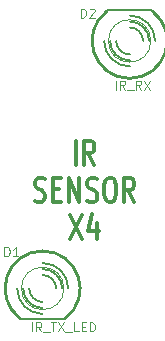
<source format=gto>
G04 (created by PCBNEW (2013-03-19 BZR 4004)-stable) date 4/21/2013 11:48:38 AM*
%MOIN*%
G04 Gerber Fmt 3.4, Leading zero omitted, Abs format*
%FSLAX34Y34*%
G01*
G70*
G90*
G04 APERTURE LIST*
%ADD10C,2.3622e-006*%
%ADD11C,0.012*%
%ADD12C,0.008*%
%ADD13C,0.003*%
%ADD14C,0.01*%
%ADD15C,0.006*%
%ADD16C,0.0035*%
G04 APERTURE END LIST*
G54D10*
G54D11*
X64900Y-33023D02*
X64900Y-32223D01*
X65528Y-33023D02*
X65328Y-32642D01*
X65185Y-33023D02*
X65185Y-32223D01*
X65414Y-32223D01*
X65471Y-32261D01*
X65500Y-32300D01*
X65528Y-32376D01*
X65528Y-32490D01*
X65500Y-32566D01*
X65471Y-32604D01*
X65414Y-32642D01*
X65185Y-32642D01*
X63542Y-34225D02*
X63628Y-34263D01*
X63771Y-34263D01*
X63828Y-34225D01*
X63857Y-34187D01*
X63885Y-34111D01*
X63885Y-34035D01*
X63857Y-33959D01*
X63828Y-33920D01*
X63771Y-33882D01*
X63657Y-33844D01*
X63600Y-33806D01*
X63571Y-33768D01*
X63542Y-33692D01*
X63542Y-33616D01*
X63571Y-33540D01*
X63600Y-33501D01*
X63657Y-33463D01*
X63800Y-33463D01*
X63885Y-33501D01*
X64142Y-33844D02*
X64342Y-33844D01*
X64428Y-34263D02*
X64142Y-34263D01*
X64142Y-33463D01*
X64428Y-33463D01*
X64685Y-34263D02*
X64685Y-33463D01*
X65028Y-34263D01*
X65028Y-33463D01*
X65285Y-34225D02*
X65371Y-34263D01*
X65514Y-34263D01*
X65571Y-34225D01*
X65600Y-34187D01*
X65628Y-34111D01*
X65628Y-34035D01*
X65600Y-33959D01*
X65571Y-33920D01*
X65514Y-33882D01*
X65400Y-33844D01*
X65342Y-33806D01*
X65314Y-33768D01*
X65285Y-33692D01*
X65285Y-33616D01*
X65314Y-33540D01*
X65342Y-33501D01*
X65400Y-33463D01*
X65542Y-33463D01*
X65628Y-33501D01*
X66000Y-33463D02*
X66114Y-33463D01*
X66171Y-33501D01*
X66228Y-33578D01*
X66257Y-33730D01*
X66257Y-33997D01*
X66228Y-34149D01*
X66171Y-34225D01*
X66114Y-34263D01*
X66000Y-34263D01*
X65942Y-34225D01*
X65885Y-34149D01*
X65857Y-33997D01*
X65857Y-33730D01*
X65885Y-33578D01*
X65942Y-33501D01*
X66000Y-33463D01*
X66857Y-34263D02*
X66657Y-33882D01*
X66514Y-34263D02*
X66514Y-33463D01*
X66742Y-33463D01*
X66800Y-33501D01*
X66828Y-33540D01*
X66857Y-33616D01*
X66857Y-33730D01*
X66828Y-33806D01*
X66800Y-33844D01*
X66742Y-33882D01*
X66514Y-33882D01*
X64714Y-34703D02*
X65114Y-35503D01*
X65114Y-34703D02*
X64714Y-35503D01*
X65600Y-34970D02*
X65600Y-35503D01*
X65457Y-34665D02*
X65314Y-35237D01*
X65685Y-35237D01*
G54D12*
X67450Y-27880D02*
X65950Y-27880D01*
G54D13*
X67407Y-28900D02*
G75*
G03X67407Y-28900I-707J0D01*
G74*
G01*
G54D14*
X65949Y-27900D02*
G75*
G03X67450Y-27900I750J-999D01*
G74*
G01*
G54D15*
X66250Y-28900D02*
G75*
G03X66700Y-29350I450J0D01*
G74*
G01*
X67150Y-28900D02*
G75*
G03X66700Y-28450I-450J0D01*
G74*
G01*
X66050Y-28900D02*
G75*
G03X66700Y-29550I650J0D01*
G74*
G01*
X67350Y-28900D02*
G75*
G03X66700Y-28250I-650J0D01*
G74*
G01*
X65850Y-28900D02*
G75*
G03X66700Y-29750I850J0D01*
G74*
G01*
X67550Y-28900D02*
G75*
G03X66700Y-28050I-850J0D01*
G74*
G01*
G54D12*
X63050Y-38170D02*
X64550Y-38170D01*
G54D13*
X64507Y-37150D02*
G75*
G03X64507Y-37150I-707J0D01*
G74*
G01*
G54D14*
X64550Y-38149D02*
G75*
G03X63049Y-38149I-750J999D01*
G74*
G01*
G54D15*
X64250Y-37150D02*
G75*
G03X63800Y-36700I-450J0D01*
G74*
G01*
X63350Y-37150D02*
G75*
G03X63800Y-37600I450J0D01*
G74*
G01*
X64450Y-37150D02*
G75*
G03X63800Y-36500I-650J0D01*
G74*
G01*
X63150Y-37150D02*
G75*
G03X63800Y-37800I650J0D01*
G74*
G01*
X64650Y-37150D02*
G75*
G03X63800Y-36300I-850J0D01*
G74*
G01*
X62950Y-37150D02*
G75*
G03X63800Y-38000I850J0D01*
G74*
G01*
G54D16*
X65078Y-28121D02*
X65078Y-27821D01*
X65150Y-27821D01*
X65192Y-27835D01*
X65221Y-27864D01*
X65235Y-27892D01*
X65250Y-27950D01*
X65250Y-27992D01*
X65235Y-28050D01*
X65221Y-28078D01*
X65192Y-28107D01*
X65150Y-28121D01*
X65078Y-28121D01*
X65364Y-27850D02*
X65378Y-27835D01*
X65407Y-27821D01*
X65478Y-27821D01*
X65507Y-27835D01*
X65521Y-27850D01*
X65535Y-27878D01*
X65535Y-27907D01*
X65521Y-27950D01*
X65350Y-28121D01*
X65535Y-28121D01*
X66242Y-30521D02*
X66242Y-30221D01*
X66557Y-30521D02*
X66457Y-30378D01*
X66385Y-30521D02*
X66385Y-30221D01*
X66500Y-30221D01*
X66528Y-30235D01*
X66542Y-30250D01*
X66557Y-30278D01*
X66557Y-30321D01*
X66542Y-30350D01*
X66528Y-30364D01*
X66500Y-30378D01*
X66385Y-30378D01*
X66614Y-30550D02*
X66842Y-30550D01*
X67085Y-30521D02*
X66985Y-30378D01*
X66914Y-30521D02*
X66914Y-30221D01*
X67028Y-30221D01*
X67057Y-30235D01*
X67071Y-30250D01*
X67085Y-30278D01*
X67085Y-30321D01*
X67071Y-30350D01*
X67057Y-30364D01*
X67028Y-30378D01*
X66914Y-30378D01*
X67185Y-30221D02*
X67385Y-30521D01*
X67385Y-30221D02*
X67185Y-30521D01*
X62528Y-36071D02*
X62528Y-35771D01*
X62600Y-35771D01*
X62642Y-35785D01*
X62671Y-35814D01*
X62685Y-35842D01*
X62700Y-35900D01*
X62700Y-35942D01*
X62685Y-36000D01*
X62671Y-36028D01*
X62642Y-36057D01*
X62600Y-36071D01*
X62528Y-36071D01*
X62985Y-36071D02*
X62814Y-36071D01*
X62900Y-36071D02*
X62900Y-35771D01*
X62871Y-35814D01*
X62842Y-35842D01*
X62814Y-35857D01*
X63445Y-38585D02*
X63445Y-38285D01*
X63759Y-38585D02*
X63659Y-38443D01*
X63588Y-38585D02*
X63588Y-38285D01*
X63702Y-38285D01*
X63731Y-38300D01*
X63745Y-38314D01*
X63759Y-38343D01*
X63759Y-38385D01*
X63745Y-38414D01*
X63731Y-38428D01*
X63702Y-38443D01*
X63588Y-38443D01*
X63816Y-38614D02*
X64045Y-38614D01*
X64073Y-38285D02*
X64245Y-38285D01*
X64159Y-38585D02*
X64159Y-38285D01*
X64316Y-38285D02*
X64516Y-38585D01*
X64516Y-38285D02*
X64316Y-38585D01*
X64559Y-38614D02*
X64788Y-38614D01*
X65002Y-38585D02*
X64859Y-38585D01*
X64859Y-38285D01*
X65102Y-38428D02*
X65202Y-38428D01*
X65245Y-38585D02*
X65102Y-38585D01*
X65102Y-38285D01*
X65245Y-38285D01*
X65373Y-38585D02*
X65373Y-38285D01*
X65445Y-38285D01*
X65488Y-38300D01*
X65516Y-38328D01*
X65531Y-38357D01*
X65545Y-38414D01*
X65545Y-38457D01*
X65531Y-38514D01*
X65516Y-38543D01*
X65488Y-38571D01*
X65445Y-38585D01*
X65373Y-38585D01*
M02*

</source>
